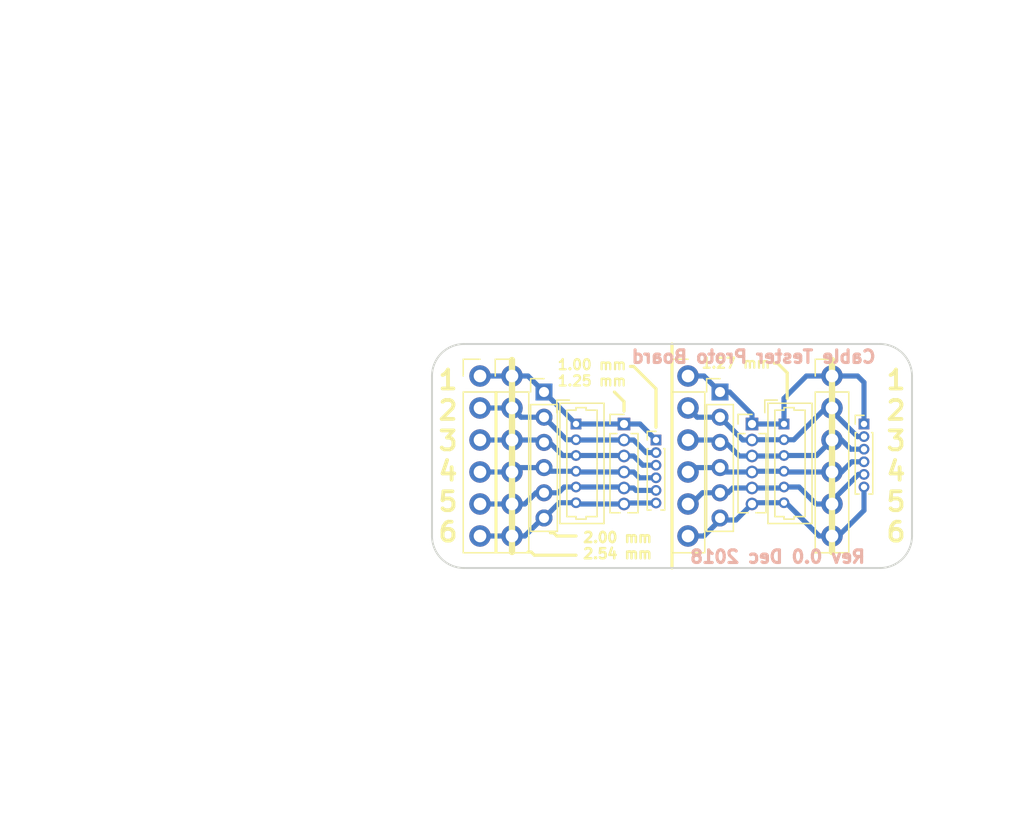
<source format=kicad_pcb>
(kicad_pcb (version 4) (host pcbnew 4.0.6)

  (general
    (links 60)
    (no_connects 0)
    (area 161.214999 111.684999 199.465001 129.615001)
    (thickness 1.6)
    (drawings 36)
    (tracks 135)
    (zones 0)
    (modules 12)
    (nets 14)
  )

  (page USLetter)
  (title_block
    (title "Cable Tester")
    (date 2018-12-11)
    (rev 0.0)
    (company "Sigma Design")
    (comment 1 "K. Olsen")
  )

  (layers
    (0 F.Cu signal)
    (31 B.Cu signal)
    (32 B.Adhes user)
    (33 F.Adhes user)
    (34 B.Paste user)
    (35 F.Paste user)
    (36 B.SilkS user)
    (37 F.SilkS user)
    (38 B.Mask user)
    (39 F.Mask user)
    (40 Dwgs.User user)
    (41 Cmts.User user)
    (42 Eco1.User user)
    (43 Eco2.User user hide)
    (44 Edge.Cuts user)
    (45 Margin user)
    (46 B.CrtYd user hide)
    (47 F.CrtYd user)
    (48 B.Fab user)
    (49 F.Fab user hide)
  )

  (setup
    (last_trace_width 0.25)
    (user_trace_width 0.3048)
    (user_trace_width 0.4064)
    (user_trace_width 0.6096)
    (trace_clearance 0.2)
    (zone_clearance 0.508)
    (zone_45_only no)
    (trace_min 0.2)
    (segment_width 0.25)
    (edge_width 0.15)
    (via_size 0.6)
    (via_drill 0.4)
    (via_min_size 0.4)
    (via_min_drill 0.3)
    (uvia_size 0.3)
    (uvia_drill 0.1)
    (uvias_allowed no)
    (uvia_min_size 0.2)
    (uvia_min_drill 0.1)
    (pcb_text_width 0.3)
    (pcb_text_size 1.5 1.5)
    (mod_edge_width 0.15)
    (mod_text_size 1 1)
    (mod_text_width 0.15)
    (pad_size 1.7 1.7)
    (pad_drill 1)
    (pad_to_mask_clearance 0)
    (aux_axis_origin 0 0)
    (visible_elements 7FFEFFFF)
    (pcbplotparams
      (layerselection 0x010f0_80000001)
      (usegerberextensions false)
      (excludeedgelayer true)
      (linewidth 0.100000)
      (plotframeref false)
      (viasonmask false)
      (mode 1)
      (useauxorigin false)
      (hpglpennumber 1)
      (hpglpenspeed 20)
      (hpglpendiameter 15)
      (hpglpenoverlay 2)
      (psnegative false)
      (psa4output false)
      (plotreference true)
      (plotvalue true)
      (plotinvisibletext false)
      (padsonsilk false)
      (subtractmaskfromsilk false)
      (outputformat 1)
      (mirror false)
      (drillshape 0)
      (scaleselection 1)
      (outputdirectory gerbers/))
  )

  (net 0 "")
  (net 1 "Net-(J1-Pad2)")
  (net 2 GND)
  (net 3 "Net-(J1-Pad4)")
  (net 4 "Net-(J1-Pad3)")
  (net 5 "Net-(J1-Pad1)")
  (net 6 "Net-(J1-Pad5)")
  (net 7 "Net-(J1-Pad6)")
  (net 8 "Net-(J10-Pad1)")
  (net 9 "Net-(J10-Pad2)")
  (net 10 "Net-(J10-Pad3)")
  (net 11 "Net-(J10-Pad4)")
  (net 12 "Net-(J10-Pad5)")
  (net 13 "Net-(J10-Pad6)")

  (net_class Default "This is the default net class."
    (clearance 0.2)
    (trace_width 0.25)
    (via_dia 0.6)
    (via_drill 0.4)
    (uvia_dia 0.3)
    (uvia_drill 0.1)
    (add_net "Net-(J1-Pad1)")
    (add_net "Net-(J1-Pad2)")
    (add_net "Net-(J1-Pad3)")
    (add_net "Net-(J1-Pad4)")
    (add_net "Net-(J1-Pad5)")
    (add_net "Net-(J1-Pad6)")
    (add_net "Net-(J10-Pad1)")
    (add_net "Net-(J10-Pad2)")
    (add_net "Net-(J10-Pad3)")
    (add_net "Net-(J10-Pad4)")
    (add_net "Net-(J10-Pad5)")
    (add_net "Net-(J10-Pad6)")
  )

  (module Pin_Headers:Pin_Header_Straight_1x06_Pitch2.54mm (layer F.Cu) (tedit 5C1281AF) (tstamp 5C1281BE)
    (at 181.61 114.3)
    (descr "Through hole straight pin header, 1x06, 2.54mm pitch, single row")
    (tags "Through hole pin header THT 1x06 2.54mm single row")
    (path /5C1285DF)
    (fp_text reference J4 (at 0 -2.33) (layer F.SilkS) hide
      (effects (font (size 1 1) (thickness 0.15)))
    )
    (fp_text value CONN_01X06 (at 0 15.03) (layer F.Fab)
      (effects (font (size 1 1) (thickness 0.15)))
    )
    (fp_line (start -0.635 -1.27) (end 1.27 -1.27) (layer F.Fab) (width 0.1))
    (fp_line (start 1.27 -1.27) (end 1.27 13.97) (layer F.Fab) (width 0.1))
    (fp_line (start 1.27 13.97) (end -1.27 13.97) (layer F.Fab) (width 0.1))
    (fp_line (start -1.27 13.97) (end -1.27 -0.635) (layer F.Fab) (width 0.1))
    (fp_line (start -1.27 -0.635) (end -0.635 -1.27) (layer F.Fab) (width 0.1))
    (fp_line (start -1.33 14.03) (end 1.33 14.03) (layer F.SilkS) (width 0.12))
    (fp_line (start -1.33 1.27) (end -1.33 14.03) (layer F.SilkS) (width 0.12))
    (fp_line (start 1.33 1.27) (end 1.33 14.03) (layer F.SilkS) (width 0.12))
    (fp_line (start -1.33 1.27) (end 1.33 1.27) (layer F.SilkS) (width 0.12))
    (fp_line (start -1.33 0) (end -1.33 -1.33) (layer F.SilkS) (width 0.12))
    (fp_line (start -1.33 -1.33) (end 0 -1.33) (layer F.SilkS) (width 0.12))
    (fp_line (start -1.8 -1.8) (end -1.8 14.5) (layer F.CrtYd) (width 0.05))
    (fp_line (start -1.8 14.5) (end 1.8 14.5) (layer F.CrtYd) (width 0.05))
    (fp_line (start 1.8 14.5) (end 1.8 -1.8) (layer F.CrtYd) (width 0.05))
    (fp_line (start 1.8 -1.8) (end -1.8 -1.8) (layer F.CrtYd) (width 0.05))
    (fp_text user %R (at 0 6.35 90) (layer F.Fab)
      (effects (font (size 1 1) (thickness 0.15)))
    )
    (pad 1 thru_hole circle (at 0 0) (size 1.7 1.7) (drill 1) (layers *.Cu *.Mask)
      (net 8 "Net-(J10-Pad1)"))
    (pad 2 thru_hole oval (at 0 2.54) (size 1.7 1.7) (drill 1) (layers *.Cu *.Mask)
      (net 9 "Net-(J10-Pad2)"))
    (pad 3 thru_hole oval (at 0 5.08) (size 1.7 1.7) (drill 1) (layers *.Cu *.Mask)
      (net 10 "Net-(J10-Pad3)"))
    (pad 4 thru_hole oval (at 0 7.62) (size 1.7 1.7) (drill 1) (layers *.Cu *.Mask)
      (net 11 "Net-(J10-Pad4)"))
    (pad 5 thru_hole oval (at 0 10.16) (size 1.7 1.7) (drill 1) (layers *.Cu *.Mask)
      (net 12 "Net-(J10-Pad5)"))
    (pad 6 thru_hole oval (at 0 12.7) (size 1.7 1.7) (drill 1) (layers *.Cu *.Mask)
      (net 13 "Net-(J10-Pad6)"))
    (model ${KISYS3DMOD}/Pin_Headers.3dshapes/Pin_Header_Straight_1x06_Pitch2.54mm.wrl
      (at (xyz 0 0 0))
      (scale (xyz 1 1 1))
      (rotate (xyz 0 0 0))
    )
  )

  (module Pin_Headers:Pin_Header_Straight_1x06_Pitch2.54mm (layer F.Cu) (tedit 5C1281A2) (tstamp 5C1281A1)
    (at 165.1 114.3)
    (descr "Through hole straight pin header, 1x06, 2.54mm pitch, single row")
    (tags "Through hole pin header THT 1x06 2.54mm single row")
    (path /5C12831E)
    (fp_text reference J3 (at 0 -2.33) (layer F.SilkS) hide
      (effects (font (size 1 1) (thickness 0.15)))
    )
    (fp_text value CONN_01X06 (at 0 15.03) (layer F.Fab)
      (effects (font (size 1 1) (thickness 0.15)))
    )
    (fp_line (start -0.635 -1.27) (end 1.27 -1.27) (layer F.Fab) (width 0.1))
    (fp_line (start 1.27 -1.27) (end 1.27 13.97) (layer F.Fab) (width 0.1))
    (fp_line (start 1.27 13.97) (end -1.27 13.97) (layer F.Fab) (width 0.1))
    (fp_line (start -1.27 13.97) (end -1.27 -0.635) (layer F.Fab) (width 0.1))
    (fp_line (start -1.27 -0.635) (end -0.635 -1.27) (layer F.Fab) (width 0.1))
    (fp_line (start -1.33 14.03) (end 1.33 14.03) (layer F.SilkS) (width 0.12))
    (fp_line (start -1.33 1.27) (end -1.33 14.03) (layer F.SilkS) (width 0.12))
    (fp_line (start 1.33 1.27) (end 1.33 14.03) (layer F.SilkS) (width 0.12))
    (fp_line (start -1.33 1.27) (end 1.33 1.27) (layer F.SilkS) (width 0.12))
    (fp_line (start -1.33 0) (end -1.33 -1.33) (layer F.SilkS) (width 0.12))
    (fp_line (start -1.33 -1.33) (end 0 -1.33) (layer F.SilkS) (width 0.12))
    (fp_line (start -1.8 -1.8) (end -1.8 14.5) (layer F.CrtYd) (width 0.05))
    (fp_line (start -1.8 14.5) (end 1.8 14.5) (layer F.CrtYd) (width 0.05))
    (fp_line (start 1.8 14.5) (end 1.8 -1.8) (layer F.CrtYd) (width 0.05))
    (fp_line (start 1.8 -1.8) (end -1.8 -1.8) (layer F.CrtYd) (width 0.05))
    (fp_text user %R (at 0 6.35 90) (layer F.Fab)
      (effects (font (size 1 1) (thickness 0.15)))
    )
    (pad 1 thru_hole circle (at 0 0) (size 1.7 1.7) (drill 1) (layers *.Cu *.Mask)
      (net 5 "Net-(J1-Pad1)"))
    (pad 2 thru_hole oval (at 0 2.54) (size 1.7 1.7) (drill 1) (layers *.Cu *.Mask)
      (net 1 "Net-(J1-Pad2)"))
    (pad 3 thru_hole oval (at 0 5.08) (size 1.7 1.7) (drill 1) (layers *.Cu *.Mask)
      (net 4 "Net-(J1-Pad3)"))
    (pad 4 thru_hole oval (at 0 7.62) (size 1.7 1.7) (drill 1) (layers *.Cu *.Mask)
      (net 3 "Net-(J1-Pad4)"))
    (pad 5 thru_hole oval (at 0 10.16) (size 1.7 1.7) (drill 1) (layers *.Cu *.Mask)
      (net 6 "Net-(J1-Pad5)"))
    (pad 6 thru_hole oval (at 0 12.7) (size 1.7 1.7) (drill 1) (layers *.Cu *.Mask)
      (net 7 "Net-(J1-Pad6)"))
    (model ${KISYS3DMOD}/Pin_Headers.3dshapes/Pin_Header_Straight_1x06_Pitch2.54mm.wrl
      (at (xyz 0 0 0))
      (scale (xyz 1 1 1))
      (rotate (xyz 0 0 0))
    )
  )

  (module Pin_Headers:Pin_Header_Straight_1x06_Pitch2.54mm (layer F.Cu) (tedit 5C12819D) (tstamp 5C1061C0)
    (at 167.64 114.3)
    (descr "Through hole straight pin header, 1x06, 2.54mm pitch, single row")
    (tags "Through hole pin header THT 1x06 2.54mm single row")
    (path /5C10638A)
    (fp_text reference J1 (at 0 -2.33) (layer F.SilkS) hide
      (effects (font (size 1 1) (thickness 0.15)))
    )
    (fp_text value CONN_01X06 (at 0 15.03) (layer F.Fab)
      (effects (font (size 1 1) (thickness 0.15)))
    )
    (fp_line (start -0.635 -1.27) (end 1.27 -1.27) (layer F.Fab) (width 0.1))
    (fp_line (start 1.27 -1.27) (end 1.27 13.97) (layer F.Fab) (width 0.1))
    (fp_line (start 1.27 13.97) (end -1.27 13.97) (layer F.Fab) (width 0.1))
    (fp_line (start -1.27 13.97) (end -1.27 -0.635) (layer F.Fab) (width 0.1))
    (fp_line (start -1.27 -0.635) (end -0.635 -1.27) (layer F.Fab) (width 0.1))
    (fp_line (start -1.33 14.03) (end 1.33 14.03) (layer F.SilkS) (width 0.12))
    (fp_line (start -1.33 1.27) (end -1.33 14.03) (layer F.SilkS) (width 0.12))
    (fp_line (start 1.33 1.27) (end 1.33 14.03) (layer F.SilkS) (width 0.12))
    (fp_line (start -1.33 1.27) (end 1.33 1.27) (layer F.SilkS) (width 0.12))
    (fp_line (start -1.33 0) (end -1.33 -1.33) (layer F.SilkS) (width 0.12))
    (fp_line (start -1.33 -1.33) (end 0 -1.33) (layer F.SilkS) (width 0.12))
    (fp_line (start -1.8 -1.8) (end -1.8 14.5) (layer F.CrtYd) (width 0.05))
    (fp_line (start -1.8 14.5) (end 1.8 14.5) (layer F.CrtYd) (width 0.05))
    (fp_line (start 1.8 14.5) (end 1.8 -1.8) (layer F.CrtYd) (width 0.05))
    (fp_line (start 1.8 -1.8) (end -1.8 -1.8) (layer F.CrtYd) (width 0.05))
    (fp_text user %R (at 0 6.35 90) (layer F.Fab)
      (effects (font (size 1 1) (thickness 0.15)))
    )
    (pad 1 thru_hole circle (at 0 0) (size 1.7 1.7) (drill 1) (layers *.Cu *.Mask)
      (net 5 "Net-(J1-Pad1)"))
    (pad 2 thru_hole oval (at 0 2.54) (size 1.7 1.7) (drill 1) (layers *.Cu *.Mask)
      (net 1 "Net-(J1-Pad2)"))
    (pad 3 thru_hole oval (at 0 5.08) (size 1.7 1.7) (drill 1) (layers *.Cu *.Mask)
      (net 4 "Net-(J1-Pad3)"))
    (pad 4 thru_hole oval (at 0 7.62) (size 1.7 1.7) (drill 1) (layers *.Cu *.Mask)
      (net 3 "Net-(J1-Pad4)"))
    (pad 5 thru_hole oval (at 0 10.16) (size 1.7 1.7) (drill 1) (layers *.Cu *.Mask)
      (net 6 "Net-(J1-Pad5)"))
    (pad 6 thru_hole oval (at 0 12.7) (size 1.7 1.7) (drill 1) (layers *.Cu *.Mask)
      (net 7 "Net-(J1-Pad6)"))
    (model ${KISYS3DMOD}/Pin_Headers.3dshapes/Pin_Header_Straight_1x06_Pitch2.54mm.wrl
      (at (xyz 0 0 0))
      (scale (xyz 1 1 1))
      (rotate (xyz 0 0 0))
    )
  )

  (module Pin_Headers:Pin_Header_Straight_1x06_Pitch2.54mm (layer F.Cu) (tedit 5C1281AB) (tstamp 5C1061CA)
    (at 193.04 114.3)
    (descr "Through hole straight pin header, 1x06, 2.54mm pitch, single row")
    (tags "Through hole pin header THT 1x06 2.54mm single row")
    (path /5C12861D)
    (fp_text reference J2 (at 0 -2.33) (layer F.SilkS) hide
      (effects (font (size 1 1) (thickness 0.15)))
    )
    (fp_text value CONN_01X06 (at 0 15.03) (layer F.Fab)
      (effects (font (size 1 1) (thickness 0.15)))
    )
    (fp_line (start -0.635 -1.27) (end 1.27 -1.27) (layer F.Fab) (width 0.1))
    (fp_line (start 1.27 -1.27) (end 1.27 13.97) (layer F.Fab) (width 0.1))
    (fp_line (start 1.27 13.97) (end -1.27 13.97) (layer F.Fab) (width 0.1))
    (fp_line (start -1.27 13.97) (end -1.27 -0.635) (layer F.Fab) (width 0.1))
    (fp_line (start -1.27 -0.635) (end -0.635 -1.27) (layer F.Fab) (width 0.1))
    (fp_line (start -1.33 14.03) (end 1.33 14.03) (layer F.SilkS) (width 0.12))
    (fp_line (start -1.33 1.27) (end -1.33 14.03) (layer F.SilkS) (width 0.12))
    (fp_line (start 1.33 1.27) (end 1.33 14.03) (layer F.SilkS) (width 0.12))
    (fp_line (start -1.33 1.27) (end 1.33 1.27) (layer F.SilkS) (width 0.12))
    (fp_line (start -1.33 0) (end -1.33 -1.33) (layer F.SilkS) (width 0.12))
    (fp_line (start -1.33 -1.33) (end 0 -1.33) (layer F.SilkS) (width 0.12))
    (fp_line (start -1.8 -1.8) (end -1.8 14.5) (layer F.CrtYd) (width 0.05))
    (fp_line (start -1.8 14.5) (end 1.8 14.5) (layer F.CrtYd) (width 0.05))
    (fp_line (start 1.8 14.5) (end 1.8 -1.8) (layer F.CrtYd) (width 0.05))
    (fp_line (start 1.8 -1.8) (end -1.8 -1.8) (layer F.CrtYd) (width 0.05))
    (fp_text user %R (at 0 6.35 90) (layer F.Fab)
      (effects (font (size 1 1) (thickness 0.15)))
    )
    (pad 1 thru_hole circle (at 0 0) (size 1.7 1.7) (drill 1) (layers *.Cu *.Mask)
      (net 8 "Net-(J10-Pad1)"))
    (pad 2 thru_hole oval (at 0 2.54) (size 1.7 1.7) (drill 1) (layers *.Cu *.Mask)
      (net 9 "Net-(J10-Pad2)"))
    (pad 3 thru_hole oval (at 0 5.08) (size 1.7 1.7) (drill 1) (layers *.Cu *.Mask)
      (net 10 "Net-(J10-Pad3)"))
    (pad 4 thru_hole oval (at 0 7.62) (size 1.7 1.7) (drill 1) (layers *.Cu *.Mask)
      (net 11 "Net-(J10-Pad4)"))
    (pad 5 thru_hole oval (at 0 10.16) (size 1.7 1.7) (drill 1) (layers *.Cu *.Mask)
      (net 12 "Net-(J10-Pad5)"))
    (pad 6 thru_hole oval (at 0 12.7) (size 1.7 1.7) (drill 1) (layers *.Cu *.Mask)
      (net 13 "Net-(J10-Pad6)"))
    (model ${KISYS3DMOD}/Pin_Headers.3dshapes/Pin_Header_Straight_1x06_Pitch2.54mm.wrl
      (at (xyz 0 0 0))
      (scale (xyz 1 1 1))
      (rotate (xyz 0 0 0))
    )
  )

  (module Pin_Headers:Pin_Header_Straight_1x06_Pitch1.27mm (layer F.Cu) (tedit 5C1284FE) (tstamp 5C12834C)
    (at 176.53 118.11)
    (descr "Through hole straight pin header, 1x06, 1.27mm pitch, single row")
    (tags "Through hole pin header THT 1x06 1.27mm single row")
    (path /5C128373)
    (fp_text reference J7 (at 0 -1.695) (layer F.SilkS) hide
      (effects (font (size 1 1) (thickness 0.15)))
    )
    (fp_text value CONN_01X06 (at 0 8.045) (layer F.Fab)
      (effects (font (size 1 1) (thickness 0.15)))
    )
    (fp_line (start -0.525 -0.635) (end 1.05 -0.635) (layer F.Fab) (width 0.1))
    (fp_line (start 1.05 -0.635) (end 1.05 6.985) (layer F.Fab) (width 0.1))
    (fp_line (start 1.05 6.985) (end -1.05 6.985) (layer F.Fab) (width 0.1))
    (fp_line (start -1.05 6.985) (end -1.05 -0.11) (layer F.Fab) (width 0.1))
    (fp_line (start -1.05 -0.11) (end -0.525 -0.635) (layer F.Fab) (width 0.1))
    (fp_line (start -1.11 7.045) (end -0.30753 7.045) (layer F.SilkS) (width 0.12))
    (fp_line (start 0.30753 7.045) (end 1.11 7.045) (layer F.SilkS) (width 0.12))
    (fp_line (start -1.11 0.76) (end -1.11 7.045) (layer F.SilkS) (width 0.12))
    (fp_line (start 1.11 0.76) (end 1.11 7.045) (layer F.SilkS) (width 0.12))
    (fp_line (start -1.11 0.76) (end -0.563471 0.76) (layer F.SilkS) (width 0.12))
    (fp_line (start 0.563471 0.76) (end 1.11 0.76) (layer F.SilkS) (width 0.12))
    (fp_line (start -1.11 0) (end -1.11 -0.76) (layer F.SilkS) (width 0.12))
    (fp_line (start -1.11 -0.76) (end 0 -0.76) (layer F.SilkS) (width 0.12))
    (fp_line (start -1.55 -1.15) (end -1.55 7.5) (layer F.CrtYd) (width 0.05))
    (fp_line (start -1.55 7.5) (end 1.55 7.5) (layer F.CrtYd) (width 0.05))
    (fp_line (start 1.55 7.5) (end 1.55 -1.15) (layer F.CrtYd) (width 0.05))
    (fp_line (start 1.55 -1.15) (end -1.55 -1.15) (layer F.CrtYd) (width 0.05))
    (fp_text user %R (at 0 3.175 90) (layer F.Fab)
      (effects (font (size 1 1) (thickness 0.15)))
    )
    (pad 1 thru_hole rect (at 0 0) (size 1 1) (drill 0.65) (layers *.Cu *.Mask)
      (net 5 "Net-(J1-Pad1)"))
    (pad 2 thru_hole oval (at 0 1.27) (size 1 1) (drill 0.65) (layers *.Cu *.Mask)
      (net 1 "Net-(J1-Pad2)"))
    (pad 3 thru_hole oval (at 0 2.54) (size 1 1) (drill 0.65) (layers *.Cu *.Mask)
      (net 4 "Net-(J1-Pad3)"))
    (pad 4 thru_hole oval (at 0 3.81) (size 1 1) (drill 0.65) (layers *.Cu *.Mask)
      (net 3 "Net-(J1-Pad4)"))
    (pad 5 thru_hole oval (at 0 5.08) (size 1 1) (drill 0.65) (layers *.Cu *.Mask)
      (net 6 "Net-(J1-Pad5)"))
    (pad 6 thru_hole oval (at 0 6.35) (size 1 1) (drill 0.65) (layers *.Cu *.Mask)
      (net 7 "Net-(J1-Pad6)"))
    (model ${KISYS3DMOD}/Pin_Headers.3dshapes/Pin_Header_Straight_1x06_Pitch1.27mm.wrl
      (at (xyz 0 0 0))
      (scale (xyz 1 1 1))
      (rotate (xyz 0 0 0))
    )
  )

  (module Pin_Headers:Pin_Header_Straight_1x06_Pitch1.27mm (layer F.Cu) (tedit 5C128506) (tstamp 5C128356)
    (at 186.69 118.11)
    (descr "Through hole straight pin header, 1x06, 1.27mm pitch, single row")
    (tags "Through hole pin header THT 1x06 1.27mm single row")
    (path /5C128572)
    (fp_text reference J8 (at 0 -1.695) (layer F.SilkS) hide
      (effects (font (size 1 1) (thickness 0.15)))
    )
    (fp_text value CONN_01X06 (at 0 8.045) (layer F.Fab)
      (effects (font (size 1 1) (thickness 0.15)))
    )
    (fp_line (start -0.525 -0.635) (end 1.05 -0.635) (layer F.Fab) (width 0.1))
    (fp_line (start 1.05 -0.635) (end 1.05 6.985) (layer F.Fab) (width 0.1))
    (fp_line (start 1.05 6.985) (end -1.05 6.985) (layer F.Fab) (width 0.1))
    (fp_line (start -1.05 6.985) (end -1.05 -0.11) (layer F.Fab) (width 0.1))
    (fp_line (start -1.05 -0.11) (end -0.525 -0.635) (layer F.Fab) (width 0.1))
    (fp_line (start -1.11 7.045) (end -0.30753 7.045) (layer F.SilkS) (width 0.12))
    (fp_line (start 0.30753 7.045) (end 1.11 7.045) (layer F.SilkS) (width 0.12))
    (fp_line (start -1.11 0.76) (end -1.11 7.045) (layer F.SilkS) (width 0.12))
    (fp_line (start 1.11 0.76) (end 1.11 7.045) (layer F.SilkS) (width 0.12))
    (fp_line (start -1.11 0.76) (end -0.563471 0.76) (layer F.SilkS) (width 0.12))
    (fp_line (start 0.563471 0.76) (end 1.11 0.76) (layer F.SilkS) (width 0.12))
    (fp_line (start -1.11 0) (end -1.11 -0.76) (layer F.SilkS) (width 0.12))
    (fp_line (start -1.11 -0.76) (end 0 -0.76) (layer F.SilkS) (width 0.12))
    (fp_line (start -1.55 -1.15) (end -1.55 7.5) (layer F.CrtYd) (width 0.05))
    (fp_line (start -1.55 7.5) (end 1.55 7.5) (layer F.CrtYd) (width 0.05))
    (fp_line (start 1.55 7.5) (end 1.55 -1.15) (layer F.CrtYd) (width 0.05))
    (fp_line (start 1.55 -1.15) (end -1.55 -1.15) (layer F.CrtYd) (width 0.05))
    (fp_text user %R (at 0 3.175 90) (layer F.Fab)
      (effects (font (size 1 1) (thickness 0.15)))
    )
    (pad 1 thru_hole rect (at 0 0) (size 1 1) (drill 0.65) (layers *.Cu *.Mask)
      (net 8 "Net-(J10-Pad1)"))
    (pad 2 thru_hole oval (at 0 1.27) (size 1 1) (drill 0.65) (layers *.Cu *.Mask)
      (net 9 "Net-(J10-Pad2)"))
    (pad 3 thru_hole oval (at 0 2.54) (size 1 1) (drill 0.65) (layers *.Cu *.Mask)
      (net 10 "Net-(J10-Pad3)"))
    (pad 4 thru_hole oval (at 0 3.81) (size 1 1) (drill 0.65) (layers *.Cu *.Mask)
      (net 11 "Net-(J10-Pad4)"))
    (pad 5 thru_hole oval (at 0 5.08) (size 1 1) (drill 0.65) (layers *.Cu *.Mask)
      (net 12 "Net-(J10-Pad5)"))
    (pad 6 thru_hole oval (at 0 6.35) (size 1 1) (drill 0.65) (layers *.Cu *.Mask)
      (net 13 "Net-(J10-Pad6)"))
    (model ${KISYS3DMOD}/Pin_Headers.3dshapes/Pin_Header_Straight_1x06_Pitch1.27mm.wrl
      (at (xyz 0 0 0))
      (scale (xyz 1 1 1))
      (rotate (xyz 0 0 0))
    )
  )

  (module Pin_Headers:Pin_Header_Straight_1x06_Pitch1.00mm (layer F.Cu) (tedit 5C128501) (tstamp 5C128374)
    (at 179.07 119.38)
    (descr "Through hole straight pin header, 1x06, 1.00mm pitch, single row")
    (tags "Through hole pin header THT 1x06 1.00mm single row")
    (path /5C1295DD)
    (fp_text reference J11 (at 0 -1.56) (layer F.SilkS) hide
      (effects (font (size 1 1) (thickness 0.15)))
    )
    (fp_text value CONN_01X06 (at 0 6.56) (layer F.Fab)
      (effects (font (size 1 1) (thickness 0.15)))
    )
    (fp_line (start -0.3175 -0.5) (end 0.635 -0.5) (layer F.Fab) (width 0.1))
    (fp_line (start 0.635 -0.5) (end 0.635 5.5) (layer F.Fab) (width 0.1))
    (fp_line (start 0.635 5.5) (end -0.635 5.5) (layer F.Fab) (width 0.1))
    (fp_line (start -0.635 5.5) (end -0.635 -0.1825) (layer F.Fab) (width 0.1))
    (fp_line (start -0.635 -0.1825) (end -0.3175 -0.5) (layer F.Fab) (width 0.1))
    (fp_line (start -0.695 5.56) (end -0.394493 5.56) (layer F.SilkS) (width 0.12))
    (fp_line (start 0.394493 5.56) (end 0.695 5.56) (layer F.SilkS) (width 0.12))
    (fp_line (start -0.695 0.685) (end -0.695 5.56) (layer F.SilkS) (width 0.12))
    (fp_line (start 0.695 0.685) (end 0.695 5.56) (layer F.SilkS) (width 0.12))
    (fp_line (start -0.695 0.685) (end -0.608276 0.685) (layer F.SilkS) (width 0.12))
    (fp_line (start 0.608276 0.685) (end 0.695 0.685) (layer F.SilkS) (width 0.12))
    (fp_line (start -0.695 0) (end -0.695 -0.685) (layer F.SilkS) (width 0.12))
    (fp_line (start -0.695 -0.685) (end 0 -0.685) (layer F.SilkS) (width 0.12))
    (fp_line (start -1.15 -1) (end -1.15 6) (layer F.CrtYd) (width 0.05))
    (fp_line (start -1.15 6) (end 1.15 6) (layer F.CrtYd) (width 0.05))
    (fp_line (start 1.15 6) (end 1.15 -1) (layer F.CrtYd) (width 0.05))
    (fp_line (start 1.15 -1) (end -1.15 -1) (layer F.CrtYd) (width 0.05))
    (fp_text user %R (at 0 2.5 90) (layer F.Fab)
      (effects (font (size 0.76 0.76) (thickness 0.114)))
    )
    (pad 1 thru_hole rect (at 0 0) (size 0.85 0.85) (drill 0.5) (layers *.Cu *.Mask)
      (net 5 "Net-(J1-Pad1)"))
    (pad 2 thru_hole oval (at 0 1) (size 0.85 0.85) (drill 0.5) (layers *.Cu *.Mask)
      (net 1 "Net-(J1-Pad2)"))
    (pad 3 thru_hole oval (at 0 2) (size 0.85 0.85) (drill 0.5) (layers *.Cu *.Mask)
      (net 4 "Net-(J1-Pad3)"))
    (pad 4 thru_hole oval (at 0 3) (size 0.85 0.85) (drill 0.5) (layers *.Cu *.Mask)
      (net 3 "Net-(J1-Pad4)"))
    (pad 5 thru_hole oval (at 0 4) (size 0.85 0.85) (drill 0.5) (layers *.Cu *.Mask)
      (net 6 "Net-(J1-Pad5)"))
    (pad 6 thru_hole oval (at 0 5) (size 0.85 0.85) (drill 0.5) (layers *.Cu *.Mask)
      (net 7 "Net-(J1-Pad6)"))
    (model ${KISYS3DMOD}/Pin_Headers.3dshapes/Pin_Header_Straight_1x06_Pitch1.00mm.wrl
      (at (xyz 0 0 0))
      (scale (xyz 1 1 1))
      (rotate (xyz 0 0 0))
    )
  )

  (module Pin_Headers:Pin_Header_Straight_1x06_Pitch1.00mm (layer F.Cu) (tedit 5C128504) (tstamp 5C12837E)
    (at 195.58 118.11)
    (descr "Through hole straight pin header, 1x06, 1.00mm pitch, single row")
    (tags "Through hole pin header THT 1x06 1.00mm single row")
    (path /5C1062D1)
    (fp_text reference J12 (at 0 -1.56) (layer F.SilkS) hide
      (effects (font (size 1 1) (thickness 0.15)))
    )
    (fp_text value CONN_01X06 (at 0 6.56) (layer F.Fab)
      (effects (font (size 1 1) (thickness 0.15)))
    )
    (fp_line (start -0.3175 -0.5) (end 0.635 -0.5) (layer F.Fab) (width 0.1))
    (fp_line (start 0.635 -0.5) (end 0.635 5.5) (layer F.Fab) (width 0.1))
    (fp_line (start 0.635 5.5) (end -0.635 5.5) (layer F.Fab) (width 0.1))
    (fp_line (start -0.635 5.5) (end -0.635 -0.1825) (layer F.Fab) (width 0.1))
    (fp_line (start -0.635 -0.1825) (end -0.3175 -0.5) (layer F.Fab) (width 0.1))
    (fp_line (start -0.695 5.56) (end -0.394493 5.56) (layer F.SilkS) (width 0.12))
    (fp_line (start 0.394493 5.56) (end 0.695 5.56) (layer F.SilkS) (width 0.12))
    (fp_line (start -0.695 0.685) (end -0.695 5.56) (layer F.SilkS) (width 0.12))
    (fp_line (start 0.695 0.685) (end 0.695 5.56) (layer F.SilkS) (width 0.12))
    (fp_line (start -0.695 0.685) (end -0.608276 0.685) (layer F.SilkS) (width 0.12))
    (fp_line (start 0.608276 0.685) (end 0.695 0.685) (layer F.SilkS) (width 0.12))
    (fp_line (start -0.695 0) (end -0.695 -0.685) (layer F.SilkS) (width 0.12))
    (fp_line (start -0.695 -0.685) (end 0 -0.685) (layer F.SilkS) (width 0.12))
    (fp_line (start -1.15 -1) (end -1.15 6) (layer F.CrtYd) (width 0.05))
    (fp_line (start -1.15 6) (end 1.15 6) (layer F.CrtYd) (width 0.05))
    (fp_line (start 1.15 6) (end 1.15 -1) (layer F.CrtYd) (width 0.05))
    (fp_line (start 1.15 -1) (end -1.15 -1) (layer F.CrtYd) (width 0.05))
    (fp_text user %R (at 0 2.5 90) (layer F.Fab)
      (effects (font (size 0.76 0.76) (thickness 0.114)))
    )
    (pad 1 thru_hole rect (at 0 0) (size 0.85 0.85) (drill 0.5) (layers *.Cu *.Mask)
      (net 8 "Net-(J10-Pad1)"))
    (pad 2 thru_hole oval (at 0 1) (size 0.85 0.85) (drill 0.5) (layers *.Cu *.Mask)
      (net 9 "Net-(J10-Pad2)"))
    (pad 3 thru_hole oval (at 0 2) (size 0.85 0.85) (drill 0.5) (layers *.Cu *.Mask)
      (net 10 "Net-(J10-Pad3)"))
    (pad 4 thru_hole oval (at 0 3) (size 0.85 0.85) (drill 0.5) (layers *.Cu *.Mask)
      (net 11 "Net-(J10-Pad4)"))
    (pad 5 thru_hole oval (at 0 4) (size 0.85 0.85) (drill 0.5) (layers *.Cu *.Mask)
      (net 12 "Net-(J10-Pad5)"))
    (pad 6 thru_hole oval (at 0 5) (size 0.85 0.85) (drill 0.5) (layers *.Cu *.Mask)
      (net 13 "Net-(J10-Pad6)"))
    (model ${KISYS3DMOD}/Pin_Headers.3dshapes/Pin_Header_Straight_1x06_Pitch1.00mm.wrl
      (at (xyz 0 0 0))
      (scale (xyz 1 1 1))
      (rotate (xyz 0 0 0))
    )
  )

  (module Pin_Headers:Pin_Header_Straight_1x06_Pitch2.00mm (layer F.Cu) (tedit 5C1284FB) (tstamp 5C128476)
    (at 170.18 115.57)
    (descr "Through hole straight pin header, 1x06, 2.00mm pitch, single row")
    (tags "Through hole pin header THT 1x06 2.00mm single row")
    (path /5C128345)
    (fp_text reference J5 (at 0 -2.06) (layer F.SilkS) hide
      (effects (font (size 1 1) (thickness 0.15)))
    )
    (fp_text value CONN_01X06 (at 0 12.06) (layer F.Fab)
      (effects (font (size 1 1) (thickness 0.15)))
    )
    (fp_line (start -0.5 -1) (end 1 -1) (layer F.Fab) (width 0.1))
    (fp_line (start 1 -1) (end 1 11) (layer F.Fab) (width 0.1))
    (fp_line (start 1 11) (end -1 11) (layer F.Fab) (width 0.1))
    (fp_line (start -1 11) (end -1 -0.5) (layer F.Fab) (width 0.1))
    (fp_line (start -1 -0.5) (end -0.5 -1) (layer F.Fab) (width 0.1))
    (fp_line (start -1.06 11.06) (end 1.06 11.06) (layer F.SilkS) (width 0.12))
    (fp_line (start -1.06 1) (end -1.06 11.06) (layer F.SilkS) (width 0.12))
    (fp_line (start 1.06 1) (end 1.06 11.06) (layer F.SilkS) (width 0.12))
    (fp_line (start -1.06 1) (end 1.06 1) (layer F.SilkS) (width 0.12))
    (fp_line (start -1.06 0) (end -1.06 -1.06) (layer F.SilkS) (width 0.12))
    (fp_line (start -1.06 -1.06) (end 0 -1.06) (layer F.SilkS) (width 0.12))
    (fp_line (start -1.5 -1.5) (end -1.5 11.5) (layer F.CrtYd) (width 0.05))
    (fp_line (start -1.5 11.5) (end 1.5 11.5) (layer F.CrtYd) (width 0.05))
    (fp_line (start 1.5 11.5) (end 1.5 -1.5) (layer F.CrtYd) (width 0.05))
    (fp_line (start 1.5 -1.5) (end -1.5 -1.5) (layer F.CrtYd) (width 0.05))
    (fp_text user %R (at 0 5 90) (layer F.Fab)
      (effects (font (size 1 1) (thickness 0.15)))
    )
    (pad 1 thru_hole rect (at 0 0) (size 1.35 1.35) (drill 0.8) (layers *.Cu *.Mask)
      (net 5 "Net-(J1-Pad1)"))
    (pad 2 thru_hole oval (at 0 2) (size 1.35 1.35) (drill 0.8) (layers *.Cu *.Mask)
      (net 1 "Net-(J1-Pad2)"))
    (pad 3 thru_hole oval (at 0 4) (size 1.35 1.35) (drill 0.8) (layers *.Cu *.Mask)
      (net 4 "Net-(J1-Pad3)"))
    (pad 4 thru_hole oval (at 0 6) (size 1.35 1.35) (drill 0.8) (layers *.Cu *.Mask)
      (net 3 "Net-(J1-Pad4)"))
    (pad 5 thru_hole oval (at 0 8) (size 1.35 1.35) (drill 0.8) (layers *.Cu *.Mask)
      (net 6 "Net-(J1-Pad5)"))
    (pad 6 thru_hole oval (at 0 10) (size 1.35 1.35) (drill 0.8) (layers *.Cu *.Mask)
      (net 7 "Net-(J1-Pad6)"))
    (model ${KISYS3DMOD}/Pin_Headers.3dshapes/Pin_Header_Straight_1x06_Pitch2.00mm.wrl
      (at (xyz 0 0 0))
      (scale (xyz 1 1 1))
      (rotate (xyz 0 0 0))
    )
  )

  (module Pin_Headers:Pin_Header_Straight_1x06_Pitch2.00mm (layer F.Cu) (tedit 5C12850B) (tstamp 5C128480)
    (at 184.15 115.57)
    (descr "Through hole straight pin header, 1x06, 2.00mm pitch, single row")
    (tags "Through hole pin header THT 1x06 2.00mm single row")
    (path /5C1285A8)
    (fp_text reference J6 (at 0 -2.06) (layer F.SilkS) hide
      (effects (font (size 1 1) (thickness 0.15)))
    )
    (fp_text value CONN_01X06 (at 0 12.06) (layer F.Fab)
      (effects (font (size 1 1) (thickness 0.15)))
    )
    (fp_line (start -0.5 -1) (end 1 -1) (layer F.Fab) (width 0.1))
    (fp_line (start 1 -1) (end 1 11) (layer F.Fab) (width 0.1))
    (fp_line (start 1 11) (end -1 11) (layer F.Fab) (width 0.1))
    (fp_line (start -1 11) (end -1 -0.5) (layer F.Fab) (width 0.1))
    (fp_line (start -1 -0.5) (end -0.5 -1) (layer F.Fab) (width 0.1))
    (fp_line (start -1.06 11.06) (end 1.06 11.06) (layer F.SilkS) (width 0.12))
    (fp_line (start -1.06 1) (end -1.06 11.06) (layer F.SilkS) (width 0.12))
    (fp_line (start 1.06 1) (end 1.06 11.06) (layer F.SilkS) (width 0.12))
    (fp_line (start -1.06 1) (end 1.06 1) (layer F.SilkS) (width 0.12))
    (fp_line (start -1.06 0) (end -1.06 -1.06) (layer F.SilkS) (width 0.12))
    (fp_line (start -1.06 -1.06) (end 0 -1.06) (layer F.SilkS) (width 0.12))
    (fp_line (start -1.5 -1.5) (end -1.5 11.5) (layer F.CrtYd) (width 0.05))
    (fp_line (start -1.5 11.5) (end 1.5 11.5) (layer F.CrtYd) (width 0.05))
    (fp_line (start 1.5 11.5) (end 1.5 -1.5) (layer F.CrtYd) (width 0.05))
    (fp_line (start 1.5 -1.5) (end -1.5 -1.5) (layer F.CrtYd) (width 0.05))
    (fp_text user %R (at 0 5 90) (layer F.Fab)
      (effects (font (size 1 1) (thickness 0.15)))
    )
    (pad 1 thru_hole rect (at 0 0) (size 1.35 1.35) (drill 0.8) (layers *.Cu *.Mask)
      (net 8 "Net-(J10-Pad1)"))
    (pad 2 thru_hole oval (at 0 2) (size 1.35 1.35) (drill 0.8) (layers *.Cu *.Mask)
      (net 9 "Net-(J10-Pad2)"))
    (pad 3 thru_hole oval (at 0 4) (size 1.35 1.35) (drill 0.8) (layers *.Cu *.Mask)
      (net 10 "Net-(J10-Pad3)"))
    (pad 4 thru_hole oval (at 0 6) (size 1.35 1.35) (drill 0.8) (layers *.Cu *.Mask)
      (net 11 "Net-(J10-Pad4)"))
    (pad 5 thru_hole oval (at 0 8) (size 1.35 1.35) (drill 0.8) (layers *.Cu *.Mask)
      (net 12 "Net-(J10-Pad5)"))
    (pad 6 thru_hole oval (at 0 10) (size 1.35 1.35) (drill 0.8) (layers *.Cu *.Mask)
      (net 13 "Net-(J10-Pad6)"))
    (model ${KISYS3DMOD}/Pin_Headers.3dshapes/Pin_Header_Straight_1x06_Pitch2.00mm.wrl
      (at (xyz 0 0 0))
      (scale (xyz 1 1 1))
      (rotate (xyz 0 0 0))
    )
  )

  (module Connectors_Molex:Molex_PicoBlade_53047-0610_06x1.25mm_Straight (layer F.Cu) (tedit 5C128514) (tstamp 5C12848A)
    (at 172.72 118.11 270)
    (descr "Molex PicoBlade, single row, top entry type, through hole, PN:53047-0610")
    (tags "connector molex picoblade")
    (path /5C1284C3)
    (fp_text reference J9 (at 3.125 2.5 270) (layer F.SilkS) hide
      (effects (font (size 1 1) (thickness 0.15)))
    )
    (fp_text value CONN_01X06 (at 3.125 -3.25 270) (layer F.Fab)
      (effects (font (size 1 1) (thickness 0.15)))
    )
    (fp_line (start -2 -2.55) (end -2 1.6) (layer F.CrtYd) (width 0.05))
    (fp_line (start -2 1.6) (end 8.25 1.6) (layer F.CrtYd) (width 0.05))
    (fp_line (start 8.25 1.6) (end 8.25 -2.55) (layer F.CrtYd) (width 0.05))
    (fp_line (start 8.25 -2.55) (end -2 -2.55) (layer F.CrtYd) (width 0.05))
    (fp_line (start -1.5 -2.075) (end -1.5 1.125) (layer F.Fab) (width 0.1))
    (fp_line (start -1.5 1.125) (end 7.75 1.125) (layer F.Fab) (width 0.1))
    (fp_line (start 7.75 1.125) (end 7.75 -2.075) (layer F.Fab) (width 0.1))
    (fp_line (start 7.75 -2.075) (end -1.5 -2.075) (layer F.Fab) (width 0.1))
    (fp_line (start -1.65 -2.225) (end -1.65 1.275) (layer F.SilkS) (width 0.12))
    (fp_line (start -1.65 1.275) (end 7.9 1.275) (layer F.SilkS) (width 0.12))
    (fp_line (start 7.9 1.275) (end 7.9 -2.225) (layer F.SilkS) (width 0.12))
    (fp_line (start 7.9 -2.225) (end -1.65 -2.225) (layer F.SilkS) (width 0.12))
    (fp_line (start 3.125 0.725) (end -1.1 0.725) (layer F.SilkS) (width 0.12))
    (fp_line (start -1.1 0.725) (end -1.1 0) (layer F.SilkS) (width 0.12))
    (fp_line (start -1.1 0) (end -1.3 0) (layer F.SilkS) (width 0.12))
    (fp_line (start -1.3 0) (end -1.3 -0.8) (layer F.SilkS) (width 0.12))
    (fp_line (start -1.3 -0.8) (end -1.1 -0.8) (layer F.SilkS) (width 0.12))
    (fp_line (start -1.1 -0.8) (end -1.1 -1.675) (layer F.SilkS) (width 0.12))
    (fp_line (start -1.1 -1.675) (end 3.125 -1.675) (layer F.SilkS) (width 0.12))
    (fp_line (start 3.125 0.725) (end 7.35 0.725) (layer F.SilkS) (width 0.12))
    (fp_line (start 7.35 0.725) (end 7.35 0) (layer F.SilkS) (width 0.12))
    (fp_line (start 7.35 0) (end 7.55 0) (layer F.SilkS) (width 0.12))
    (fp_line (start 7.55 0) (end 7.55 -0.8) (layer F.SilkS) (width 0.12))
    (fp_line (start 7.55 -0.8) (end 7.35 -0.8) (layer F.SilkS) (width 0.12))
    (fp_line (start 7.35 -0.8) (end 7.35 -1.675) (layer F.SilkS) (width 0.12))
    (fp_line (start 7.35 -1.675) (end 3.125 -1.675) (layer F.SilkS) (width 0.12))
    (fp_line (start -1.9 1.525) (end -1.9 0.525) (layer F.SilkS) (width 0.12))
    (fp_line (start -1.9 1.525) (end -0.9 1.525) (layer F.SilkS) (width 0.12))
    (fp_text user %R (at 3.125 -1.25 270) (layer F.Fab)
      (effects (font (size 1 1) (thickness 0.15)))
    )
    (pad 1 thru_hole rect (at 0 0 270) (size 0.85 0.85) (drill 0.5) (layers *.Cu *.Mask)
      (net 5 "Net-(J1-Pad1)"))
    (pad 2 thru_hole circle (at 1.25 0 270) (size 0.85 0.85) (drill 0.5) (layers *.Cu *.Mask)
      (net 1 "Net-(J1-Pad2)"))
    (pad 3 thru_hole circle (at 2.5 0 270) (size 0.85 0.85) (drill 0.5) (layers *.Cu *.Mask)
      (net 4 "Net-(J1-Pad3)"))
    (pad 4 thru_hole circle (at 3.75 0 270) (size 0.85 0.85) (drill 0.5) (layers *.Cu *.Mask)
      (net 3 "Net-(J1-Pad4)"))
    (pad 5 thru_hole circle (at 5 0 270) (size 0.85 0.85) (drill 0.5) (layers *.Cu *.Mask)
      (net 6 "Net-(J1-Pad5)"))
    (pad 6 thru_hole circle (at 6.25 0 270) (size 0.85 0.85) (drill 0.5) (layers *.Cu *.Mask)
      (net 7 "Net-(J1-Pad6)"))
    (model ${KISYS3DMOD}/Connectors_Molex.3dshapes/Molex_PicoBlade_53047-0610_06x1.25mm_Straight.wrl
      (at (xyz 0 0 0))
      (scale (xyz 1 1 1))
      (rotate (xyz 0 0 0))
    )
  )

  (module Connectors_Molex:Molex_PicoBlade_53047-0610_06x1.25mm_Straight (layer F.Cu) (tedit 5C128519) (tstamp 5C128494)
    (at 189.23 118.11 270)
    (descr "Molex PicoBlade, single row, top entry type, through hole, PN:53047-0610")
    (tags "connector molex picoblade")
    (path /5C12853F)
    (fp_text reference J10 (at 3.125 2.5 270) (layer F.SilkS) hide
      (effects (font (size 1 1) (thickness 0.15)))
    )
    (fp_text value CONN_01X06 (at 3.125 -3.25 270) (layer F.Fab)
      (effects (font (size 1 1) (thickness 0.15)))
    )
    (fp_line (start -2 -2.55) (end -2 1.6) (layer F.CrtYd) (width 0.05))
    (fp_line (start -2 1.6) (end 8.25 1.6) (layer F.CrtYd) (width 0.05))
    (fp_line (start 8.25 1.6) (end 8.25 -2.55) (layer F.CrtYd) (width 0.05))
    (fp_line (start 8.25 -2.55) (end -2 -2.55) (layer F.CrtYd) (width 0.05))
    (fp_line (start -1.5 -2.075) (end -1.5 1.125) (layer F.Fab) (width 0.1))
    (fp_line (start -1.5 1.125) (end 7.75 1.125) (layer F.Fab) (width 0.1))
    (fp_line (start 7.75 1.125) (end 7.75 -2.075) (layer F.Fab) (width 0.1))
    (fp_line (start 7.75 -2.075) (end -1.5 -2.075) (layer F.Fab) (width 0.1))
    (fp_line (start -1.65 -2.225) (end -1.65 1.275) (layer F.SilkS) (width 0.12))
    (fp_line (start -1.65 1.275) (end 7.9 1.275) (layer F.SilkS) (width 0.12))
    (fp_line (start 7.9 1.275) (end 7.9 -2.225) (layer F.SilkS) (width 0.12))
    (fp_line (start 7.9 -2.225) (end -1.65 -2.225) (layer F.SilkS) (width 0.12))
    (fp_line (start 3.125 0.725) (end -1.1 0.725) (layer F.SilkS) (width 0.12))
    (fp_line (start -1.1 0.725) (end -1.1 0) (layer F.SilkS) (width 0.12))
    (fp_line (start -1.1 0) (end -1.3 0) (layer F.SilkS) (width 0.12))
    (fp_line (start -1.3 0) (end -1.3 -0.8) (layer F.SilkS) (width 0.12))
    (fp_line (start -1.3 -0.8) (end -1.1 -0.8) (layer F.SilkS) (width 0.12))
    (fp_line (start -1.1 -0.8) (end -1.1 -1.675) (layer F.SilkS) (width 0.12))
    (fp_line (start -1.1 -1.675) (end 3.125 -1.675) (layer F.SilkS) (width 0.12))
    (fp_line (start 3.125 0.725) (end 7.35 0.725) (layer F.SilkS) (width 0.12))
    (fp_line (start 7.35 0.725) (end 7.35 0) (layer F.SilkS) (width 0.12))
    (fp_line (start 7.35 0) (end 7.55 0) (layer F.SilkS) (width 0.12))
    (fp_line (start 7.55 0) (end 7.55 -0.8) (layer F.SilkS) (width 0.12))
    (fp_line (start 7.55 -0.8) (end 7.35 -0.8) (layer F.SilkS) (width 0.12))
    (fp_line (start 7.35 -0.8) (end 7.35 -1.675) (layer F.SilkS) (width 0.12))
    (fp_line (start 7.35 -1.675) (end 3.125 -1.675) (layer F.SilkS) (width 0.12))
    (fp_line (start -1.9 1.525) (end -1.9 0.525) (layer F.SilkS) (width 0.12))
    (fp_line (start -1.9 1.525) (end -0.9 1.525) (layer F.SilkS) (width 0.12))
    (fp_text user %R (at 3.125 -1.25 270) (layer F.Fab)
      (effects (font (size 1 1) (thickness 0.15)))
    )
    (pad 1 thru_hole rect (at 0 0 270) (size 0.85 0.85) (drill 0.5) (layers *.Cu *.Mask)
      (net 8 "Net-(J10-Pad1)"))
    (pad 2 thru_hole circle (at 1.25 0 270) (size 0.85 0.85) (drill 0.5) (layers *.Cu *.Mask)
      (net 9 "Net-(J10-Pad2)"))
    (pad 3 thru_hole circle (at 2.5 0 270) (size 0.85 0.85) (drill 0.5) (layers *.Cu *.Mask)
      (net 10 "Net-(J10-Pad3)"))
    (pad 4 thru_hole circle (at 3.75 0 270) (size 0.85 0.85) (drill 0.5) (layers *.Cu *.Mask)
      (net 11 "Net-(J10-Pad4)"))
    (pad 5 thru_hole circle (at 5 0 270) (size 0.85 0.85) (drill 0.5) (layers *.Cu *.Mask)
      (net 12 "Net-(J10-Pad5)"))
    (pad 6 thru_hole circle (at 6.25 0 270) (size 0.85 0.85) (drill 0.5) (layers *.Cu *.Mask)
      (net 13 "Net-(J10-Pad6)"))
    (model ${KISYS3DMOD}/Connectors_Molex.3dshapes/Molex_PicoBlade_53047-0610_06x1.25mm_Straight.wrl
      (at (xyz 0 0 0))
      (scale (xyz 1 1 1))
      (rotate (xyz 0 0 0))
    )
  )

  (gr_text "Rev 0.0 Dec 2018" (at 188.722 128.651) (layer B.SilkS)
    (effects (font (size 1 1) (thickness 0.25)) (justify mirror))
  )
  (gr_text "Cable Tester Proto Board" (at 186.817 112.776) (layer B.SilkS)
    (effects (font (size 1 1) (thickness 0.25)) (justify mirror))
  )
  (dimension 17.78 (width 0.3) (layer Dwgs.User)
    (gr_text "0.7000 in" (at 157.4 120.65 270) (layer Dwgs.User)
      (effects (font (size 1.5 1.5) (thickness 0.3)))
    )
    (feature1 (pts (xy 162.56 129.54) (xy 156.05 129.54)))
    (feature2 (pts (xy 162.56 111.76) (xy 156.05 111.76)))
    (crossbar (pts (xy 158.75 111.76) (xy 158.75 129.54)))
    (arrow1a (pts (xy 158.75 129.54) (xy 158.163579 128.413496)))
    (arrow1b (pts (xy 158.75 129.54) (xy 159.336421 128.413496)))
    (arrow2a (pts (xy 158.75 111.76) (xy 158.163579 112.886504)))
    (arrow2b (pts (xy 158.75 111.76) (xy 159.336421 112.886504)))
  )
  (dimension 38.1 (width 0.3) (layer Dwgs.User)
    (gr_text "1.5000 in" (at 180.34 104.06) (layer Dwgs.User)
      (effects (font (size 1.5 1.5) (thickness 0.3)))
    )
    (feature1 (pts (xy 199.39 113.03) (xy 199.39 102.71)))
    (feature2 (pts (xy 161.29 113.03) (xy 161.29 102.71)))
    (crossbar (pts (xy 161.29 105.41) (xy 199.39 105.41)))
    (arrow1a (pts (xy 199.39 105.41) (xy 198.263496 105.996421)))
    (arrow1b (pts (xy 199.39 105.41) (xy 198.263496 104.823579)))
    (arrow2a (pts (xy 161.29 105.41) (xy 162.416504 105.996421)))
    (arrow2b (pts (xy 161.29 105.41) (xy 162.416504 104.823579)))
  )
  (dimension 38.1 (width 0.3) (layer Dwgs.User)
    (gr_text "38.100 mm" (at 180.34 107.87) (layer Dwgs.User)
      (effects (font (size 1.5 1.5) (thickness 0.3)))
    )
    (feature1 (pts (xy 199.39 113.03) (xy 199.39 106.52)))
    (feature2 (pts (xy 161.29 113.03) (xy 161.29 106.52)))
    (crossbar (pts (xy 161.29 109.22) (xy 199.39 109.22)))
    (arrow1a (pts (xy 199.39 109.22) (xy 198.263496 109.806421)))
    (arrow1b (pts (xy 199.39 109.22) (xy 198.263496 108.633579)))
    (arrow2a (pts (xy 161.29 109.22) (xy 162.416504 109.806421)))
    (arrow2b (pts (xy 161.29 109.22) (xy 162.416504 108.633579)))
  )
  (gr_line (start 193.04 113.03) (end 193.04 128.27) (angle 90) (layer F.SilkS) (width 0.5))
  (gr_line (start 167.64 113.03) (end 167.64 128.27) (angle 90) (layer F.SilkS) (width 0.5))
  (gr_line (start 193.04 114.3) (end 193.04 127) (angle 90) (layer F.SilkS) (width 0.25))
  (gr_line (start 189.484 114.046) (end 189.484 116.078) (angle 90) (layer F.SilkS) (width 0.25))
  (gr_line (start 188.722 113.284) (end 189.484 114.046) (angle 90) (layer F.SilkS) (width 0.25))
  (gr_line (start 188.468 113.284) (end 188.722 113.284) (angle 90) (layer F.SilkS) (width 0.25))
  (gr_text "1.27 mm\n" (at 185.42 113.284) (layer F.SilkS)
    (effects (font (size 0.8 0.8) (thickness 0.175)))
  )
  (gr_line (start 176.53 116.332) (end 175.768 115.57) (angle 90) (layer F.SilkS) (width 0.25))
  (gr_line (start 176.53 117.094) (end 176.53 116.332) (angle 90) (layer F.SilkS) (width 0.25))
  (gr_line (start 177.292 113.538) (end 177.038 113.538) (angle 90) (layer F.SilkS) (width 0.25))
  (gr_line (start 179.07 115.316) (end 177.292 113.538) (angle 90) (layer F.SilkS) (width 0.25))
  (gr_line (start 179.07 118.364) (end 179.07 115.316) (angle 90) (layer F.SilkS) (width 0.25))
  (gr_line (start 170.942 126.746) (end 170.688 126.746) (angle 90) (layer F.SilkS) (width 0.25))
  (gr_line (start 171.196 127) (end 170.942 126.746) (angle 90) (layer F.SilkS) (width 0.25))
  (gr_line (start 172.72 127) (end 171.196 127) (angle 90) (layer F.SilkS) (width 0.25))
  (gr_line (start 169.164 128.27) (end 168.91 128.27) (angle 90) (layer F.SilkS) (width 0.25))
  (gr_line (start 169.418 128.524) (end 169.164 128.27) (angle 90) (layer F.SilkS) (width 0.25))
  (gr_line (start 172.72 128.524) (end 169.418 128.524) (angle 90) (layer F.SilkS) (width 0.25))
  (gr_line (start 180.34 111.76) (end 180.34 129.54) (angle 90) (layer F.SilkS) (width 0.25))
  (gr_line (start 196.85 111.76) (end 163.83 111.76) (angle 90) (layer Edge.Cuts) (width 0.15))
  (gr_line (start 199.39 127) (end 199.39 114.3) (angle 90) (layer Edge.Cuts) (width 0.15))
  (gr_line (start 163.83 129.54) (end 196.85 129.54) (angle 90) (layer Edge.Cuts) (width 0.15))
  (gr_line (start 161.29 114.3) (end 161.29 127) (angle 90) (layer Edge.Cuts) (width 0.15))
  (gr_arc (start 163.83 127) (end 163.83 129.54) (angle 90) (layer Edge.Cuts) (width 0.15))
  (gr_arc (start 163.83 114.3) (end 161.29 114.3) (angle 90) (layer Edge.Cuts) (width 0.15))
  (gr_arc (start 196.85 114.3) (end 196.85 111.76) (angle 90) (layer Edge.Cuts) (width 0.15))
  (gr_arc (start 196.85 127) (end 199.39 127) (angle 90) (layer Edge.Cuts) (width 0.15))
  (gr_text "1.00 mm\n1.25 mm\n" (at 173.99 114.046) (layer F.SilkS)
    (effects (font (size 0.8 0.8) (thickness 0.175)))
  )
  (gr_text "2.00 mm\n2.54 mm" (at 176.022 127.762) (layer F.SilkS)
    (effects (font (size 0.8 0.8) (thickness 0.2)))
  )
  (gr_text "1\n2\n3\n4\n5\n6" (at 162.56 120.65) (layer F.SilkS)
    (effects (font (size 1.5 1.5) (thickness 0.3)))
  )
  (gr_text "1\n2\n3\n4\n5\n6" (at 198.12 120.65) (layer F.SilkS)
    (effects (font (size 1.5 1.5) (thickness 0.3)))
  )

  (segment (start 167.64 116.84) (end 165.1 116.84) (width 0.4064) (layer B.Cu) (net 1))
  (segment (start 170.18 117.57) (end 168.37 117.57) (width 0.4064) (layer B.Cu) (net 1))
  (segment (start 168.37 117.57) (end 167.64 116.84) (width 0.4064) (layer B.Cu) (net 1) (tstamp 5C128AEF))
  (segment (start 172.72 119.36) (end 171.97 119.36) (width 0.4064) (layer B.Cu) (net 1))
  (segment (start 171.97 119.36) (end 170.18 117.57) (width 0.4064) (layer B.Cu) (net 1) (tstamp 5C128AEC))
  (segment (start 176.53 119.38) (end 172.74 119.38) (width 0.4064) (layer B.Cu) (net 1))
  (segment (start 172.74 119.38) (end 172.72 119.36) (width 0.4064) (layer B.Cu) (net 1) (tstamp 5C128AE9))
  (segment (start 179.07 120.38) (end 178.292 120.38) (width 0.4064) (layer B.Cu) (net 1))
  (segment (start 177.292 119.38) (end 176.53 119.38) (width 0.4064) (layer B.Cu) (net 1) (tstamp 5C128AE6))
  (segment (start 178.292 120.38) (end 177.292 119.38) (width 0.4064) (layer B.Cu) (net 1) (tstamp 5C128AE5))
  (segment (start 167.64 121.92) (end 165.1 121.92) (width 0.4064) (layer B.Cu) (net 3))
  (segment (start 170.18 121.57) (end 167.99 121.57) (width 0.4064) (layer B.Cu) (net 3))
  (segment (start 167.99 121.57) (end 167.64 121.92) (width 0.4064) (layer B.Cu) (net 3) (tstamp 5C128B0E))
  (segment (start 172.72 121.86) (end 170.47 121.86) (width 0.4064) (layer B.Cu) (net 3))
  (segment (start 170.47 121.86) (end 170.18 121.57) (width 0.4064) (layer B.Cu) (net 3) (tstamp 5C128B0B))
  (segment (start 176.53 121.92) (end 172.78 121.92) (width 0.4064) (layer B.Cu) (net 3))
  (segment (start 172.78 121.92) (end 172.72 121.86) (width 0.4064) (layer B.Cu) (net 3) (tstamp 5C128B08))
  (segment (start 179.07 122.38) (end 177.752 122.38) (width 0.4064) (layer B.Cu) (net 3))
  (segment (start 177.292 121.92) (end 176.53 121.92) (width 0.4064) (layer B.Cu) (net 3) (tstamp 5C128B05))
  (segment (start 177.752 122.38) (end 177.292 121.92) (width 0.4064) (layer B.Cu) (net 3) (tstamp 5C128B04))
  (segment (start 176.53 120.65) (end 177.292 120.65) (width 0.4064) (layer B.Cu) (net 4))
  (segment (start 178.022 121.38) (end 179.07 121.38) (width 0.4064) (layer B.Cu) (net 4) (tstamp 5C128B01))
  (segment (start 177.292 120.65) (end 178.022 121.38) (width 0.4064) (layer B.Cu) (net 4) (tstamp 5C128B00))
  (segment (start 172.72 120.61) (end 176.49 120.61) (width 0.4064) (layer B.Cu) (net 4))
  (segment (start 176.49 120.61) (end 176.53 120.65) (width 0.4064) (layer B.Cu) (net 4) (tstamp 5C128AFD))
  (segment (start 170.18 119.57) (end 170.624 119.57) (width 0.4064) (layer B.Cu) (net 4))
  (segment (start 170.624 119.57) (end 171.664 120.61) (width 0.4064) (layer B.Cu) (net 4) (tstamp 5C128AF9))
  (segment (start 171.664 120.61) (end 172.72 120.61) (width 0.4064) (layer B.Cu) (net 4) (tstamp 5C128AFA))
  (segment (start 167.64 119.38) (end 169.99 119.38) (width 0.4064) (layer B.Cu) (net 4))
  (segment (start 169.99 119.38) (end 170.18 119.57) (width 0.4064) (layer B.Cu) (net 4) (tstamp 5C128AF6))
  (segment (start 165.1 119.38) (end 167.64 119.38) (width 0.4064) (layer B.Cu) (net 4))
  (segment (start 176.53 118.11) (end 177.8 118.11) (width 0.4064) (layer B.Cu) (net 5))
  (segment (start 177.8 118.11) (end 179.07 119.38) (width 0.4064) (layer B.Cu) (net 5) (tstamp 5C128AD7))
  (segment (start 172.72 118.11) (end 176.53 118.11) (width 0.4064) (layer B.Cu) (net 5))
  (segment (start 170.18 115.57) (end 172.72 118.11) (width 0.4064) (layer B.Cu) (net 5))
  (segment (start 167.64 114.3) (end 168.91 114.3) (width 0.4064) (layer B.Cu) (net 5))
  (segment (start 168.91 114.3) (end 170.18 115.57) (width 0.4064) (layer B.Cu) (net 5) (tstamp 5C128AD0))
  (segment (start 165.1 114.3) (end 167.64 114.3) (width 0.4064) (layer B.Cu) (net 5))
  (segment (start 176.53 123.19) (end 177.292 123.19) (width 0.4064) (layer B.Cu) (net 6))
  (segment (start 177.482 123.38) (end 179.07 123.38) (width 0.4064) (layer B.Cu) (net 6) (tstamp 5C128B21))
  (segment (start 177.292 123.19) (end 177.482 123.38) (width 0.4064) (layer B.Cu) (net 6) (tstamp 5C128B20))
  (segment (start 172.72 123.11) (end 176.45 123.11) (width 0.4064) (layer B.Cu) (net 6))
  (segment (start 176.45 123.11) (end 176.53 123.19) (width 0.4064) (layer B.Cu) (net 6) (tstamp 5C128B1D))
  (segment (start 170.18 123.57) (end 171.324 123.57) (width 0.4064) (layer B.Cu) (net 6))
  (segment (start 171.784 123.11) (end 172.72 123.11) (width 0.4064) (layer B.Cu) (net 6) (tstamp 5C128B1A))
  (segment (start 171.324 123.57) (end 171.784 123.11) (width 0.4064) (layer B.Cu) (net 6) (tstamp 5C128B19))
  (segment (start 167.64 124.46) (end 168.656 124.46) (width 0.4064) (layer B.Cu) (net 6))
  (segment (start 168.656 124.46) (end 169.546 123.57) (width 0.4064) (layer B.Cu) (net 6) (tstamp 5C128B15))
  (segment (start 169.546 123.57) (end 170.18 123.57) (width 0.4064) (layer B.Cu) (net 6) (tstamp 5C128B16))
  (segment (start 165.1 124.46) (end 167.64 124.46) (width 0.4064) (layer B.Cu) (net 6))
  (segment (start 167.64 127) (end 165.1 127) (width 0.4064) (layer B.Cu) (net 7))
  (segment (start 170.18 125.57) (end 170.086 125.57) (width 0.4064) (layer B.Cu) (net 7))
  (segment (start 170.086 125.57) (end 168.656 127) (width 0.4064) (layer B.Cu) (net 7) (tstamp 5C128B2D))
  (segment (start 168.656 127) (end 167.64 127) (width 0.4064) (layer B.Cu) (net 7) (tstamp 5C128B2E))
  (segment (start 172.72 124.36) (end 171.39 124.36) (width 0.4064) (layer B.Cu) (net 7))
  (segment (start 171.39 124.36) (end 170.18 125.57) (width 0.4064) (layer B.Cu) (net 7) (tstamp 5C128B2A))
  (segment (start 176.53 124.46) (end 172.82 124.46) (width 0.4064) (layer B.Cu) (net 7))
  (segment (start 172.82 124.46) (end 172.72 124.36) (width 0.4064) (layer B.Cu) (net 7) (tstamp 5C128B27))
  (segment (start 179.07 124.38) (end 176.61 124.38) (width 0.4064) (layer B.Cu) (net 7))
  (segment (start 176.61 124.38) (end 176.53 124.46) (width 0.4064) (layer B.Cu) (net 7) (tstamp 5C128B24))
  (segment (start 193.04 114.3) (end 195.072 114.3) (width 0.4064) (layer B.Cu) (net 8))
  (segment (start 195.58 114.808) (end 195.58 118.11) (width 0.4064) (layer B.Cu) (net 8) (tstamp 5C128B42))
  (segment (start 195.072 114.3) (end 195.58 114.808) (width 0.4064) (layer B.Cu) (net 8) (tstamp 5C128B41))
  (segment (start 189.23 118.11) (end 189.23 116.078) (width 0.4064) (layer B.Cu) (net 8))
  (segment (start 191.008 114.3) (end 193.04 114.3) (width 0.4064) (layer B.Cu) (net 8) (tstamp 5C128B3D))
  (segment (start 189.23 116.078) (end 191.008 114.3) (width 0.4064) (layer B.Cu) (net 8) (tstamp 5C128B3C))
  (segment (start 186.69 118.11) (end 189.23 118.11) (width 0.4064) (layer B.Cu) (net 8))
  (segment (start 184.15 115.57) (end 184.912 115.57) (width 0.4064) (layer B.Cu) (net 8))
  (segment (start 186.69 117.348) (end 186.69 118.11) (width 0.4064) (layer B.Cu) (net 8) (tstamp 5C128B37))
  (segment (start 184.912 115.57) (end 186.69 117.348) (width 0.4064) (layer B.Cu) (net 8) (tstamp 5C128B36))
  (segment (start 181.61 114.3) (end 182.88 114.3) (width 0.4064) (layer B.Cu) (net 8))
  (segment (start 182.88 114.3) (end 184.15 115.57) (width 0.4064) (layer B.Cu) (net 8) (tstamp 5C128B33))
  (segment (start 184.15 117.57) (end 182.34 117.57) (width 0.4064) (layer B.Cu) (net 9))
  (segment (start 182.34 117.57) (end 181.61 116.84) (width 0.4064) (layer B.Cu) (net 9) (tstamp 5C128B53))
  (segment (start 186.69 119.38) (end 185.96 119.38) (width 0.4064) (layer B.Cu) (net 9))
  (segment (start 185.96 119.38) (end 184.15 117.57) (width 0.4064) (layer B.Cu) (net 9) (tstamp 5C128B50))
  (segment (start 189.23 119.36) (end 186.71 119.36) (width 0.4064) (layer B.Cu) (net 9))
  (segment (start 186.71 119.36) (end 186.69 119.38) (width 0.4064) (layer B.Cu) (net 9) (tstamp 5C128B4D))
  (segment (start 193.04 116.84) (end 192.532 116.84) (width 0.4064) (layer B.Cu) (net 9))
  (segment (start 192.532 116.84) (end 190.012 119.36) (width 0.4064) (layer B.Cu) (net 9) (tstamp 5C128B49))
  (segment (start 190.012 119.36) (end 189.23 119.36) (width 0.4064) (layer B.Cu) (net 9) (tstamp 5C128B4A))
  (segment (start 195.58 119.11) (end 195.056 119.11) (width 0.4064) (layer B.Cu) (net 9))
  (segment (start 195.056 119.11) (end 193.04 117.094) (width 0.4064) (layer B.Cu) (net 9) (tstamp 5C128B45))
  (segment (start 193.04 117.094) (end 193.04 116.84) (width 0.4064) (layer B.Cu) (net 9) (tstamp 5C128B46))
  (segment (start 193.04 119.38) (end 193.802 119.38) (width 0.4064) (layer B.Cu) (net 10))
  (segment (start 193.802 119.38) (end 194.532 120.11) (width 0.4064) (layer B.Cu) (net 10) (tstamp 5C128B63))
  (segment (start 194.532 120.11) (end 195.58 120.11) (width 0.4064) (layer B.Cu) (net 10) (tstamp 5C128B64))
  (segment (start 189.23 120.61) (end 191.81 120.61) (width 0.4064) (layer B.Cu) (net 10))
  (segment (start 191.81 120.61) (end 193.04 119.38) (width 0.4064) (layer B.Cu) (net 10) (tstamp 5C128B60))
  (segment (start 186.69 120.65) (end 189.19 120.65) (width 0.4064) (layer B.Cu) (net 10))
  (segment (start 189.19 120.65) (end 189.23 120.61) (width 0.4064) (layer B.Cu) (net 10) (tstamp 5C128B5D))
  (segment (start 184.15 119.57) (end 184.594 119.57) (width 0.4064) (layer B.Cu) (net 10))
  (segment (start 184.594 119.57) (end 185.674 120.65) (width 0.4064) (layer B.Cu) (net 10) (tstamp 5C128B59))
  (segment (start 185.674 120.65) (end 186.69 120.65) (width 0.4064) (layer B.Cu) (net 10) (tstamp 5C128B5A))
  (segment (start 181.61 119.38) (end 183.96 119.38) (width 0.4064) (layer B.Cu) (net 10))
  (segment (start 183.96 119.38) (end 184.15 119.57) (width 0.4064) (layer B.Cu) (net 10) (tstamp 5C128B56))
  (segment (start 184.15 121.57) (end 181.96 121.57) (width 0.4064) (layer B.Cu) (net 11))
  (segment (start 181.96 121.57) (end 181.61 121.92) (width 0.4064) (layer B.Cu) (net 11) (tstamp 5C128B74))
  (segment (start 186.69 121.92) (end 184.5 121.92) (width 0.4064) (layer B.Cu) (net 11))
  (segment (start 184.5 121.92) (end 184.15 121.57) (width 0.4064) (layer B.Cu) (net 11) (tstamp 5C128B71))
  (segment (start 189.23 121.86) (end 186.75 121.86) (width 0.4064) (layer B.Cu) (net 11))
  (segment (start 186.75 121.86) (end 186.69 121.92) (width 0.4064) (layer B.Cu) (net 11) (tstamp 5C128B6E))
  (segment (start 193.04 121.92) (end 189.29 121.92) (width 0.4064) (layer B.Cu) (net 11))
  (segment (start 189.29 121.92) (end 189.23 121.86) (width 0.4064) (layer B.Cu) (net 11) (tstamp 5C128B6B))
  (segment (start 195.58 121.11) (end 194.612 121.11) (width 0.4064) (layer B.Cu) (net 11))
  (segment (start 194.612 121.11) (end 193.802 121.92) (width 0.4064) (layer B.Cu) (net 11) (tstamp 5C128B67))
  (segment (start 193.802 121.92) (end 193.04 121.92) (width 0.4064) (layer B.Cu) (net 11) (tstamp 5C128B68))
  (segment (start 193.04 124.46) (end 193.04 124.206) (width 0.4064) (layer B.Cu) (net 12))
  (segment (start 193.04 124.206) (end 195.136 122.11) (width 0.4064) (layer B.Cu) (net 12) (tstamp 5C128B86))
  (segment (start 195.136 122.11) (end 195.58 122.11) (width 0.4064) (layer B.Cu) (net 12) (tstamp 5C128B87))
  (segment (start 189.23 123.11) (end 190.42 123.11) (width 0.4064) (layer B.Cu) (net 12))
  (segment (start 191.77 124.46) (end 193.04 124.46) (width 0.4064) (layer B.Cu) (net 12) (tstamp 5C128B83))
  (segment (start 190.42 123.11) (end 191.77 124.46) (width 0.4064) (layer B.Cu) (net 12) (tstamp 5C128B82))
  (segment (start 186.69 123.19) (end 189.15 123.19) (width 0.4064) (layer B.Cu) (net 12))
  (segment (start 189.15 123.19) (end 189.23 123.11) (width 0.4064) (layer B.Cu) (net 12) (tstamp 5C128B7F))
  (segment (start 184.15 123.57) (end 184.786 123.57) (width 0.4064) (layer B.Cu) (net 12))
  (segment (start 184.786 123.57) (end 185.166 123.19) (width 0.4064) (layer B.Cu) (net 12) (tstamp 5C128B7B))
  (segment (start 185.166 123.19) (end 186.69 123.19) (width 0.4064) (layer B.Cu) (net 12) (tstamp 5C128B7C))
  (segment (start 181.61 124.46) (end 181.864 124.46) (width 0.4064) (layer B.Cu) (net 12))
  (segment (start 181.864 124.46) (end 182.754 123.57) (width 0.4064) (layer B.Cu) (net 12) (tstamp 5C128B77))
  (segment (start 182.754 123.57) (end 184.15 123.57) (width 0.4064) (layer B.Cu) (net 12) (tstamp 5C128B78))
  (segment (start 184.15 125.57) (end 184.15 125.73) (width 0.4064) (layer B.Cu) (net 13))
  (segment (start 184.15 125.73) (end 182.88 127) (width 0.4064) (layer B.Cu) (net 13) (tstamp 5C128B99))
  (segment (start 182.88 127) (end 181.61 127) (width 0.4064) (layer B.Cu) (net 13) (tstamp 5C128B9A))
  (segment (start 186.69 124.46) (end 185.42 125.73) (width 0.4064) (layer B.Cu) (net 13))
  (segment (start 185.42 125.73) (end 184.31 125.73) (width 0.4064) (layer B.Cu) (net 13) (tstamp 5C128B95))
  (segment (start 184.31 125.73) (end 184.15 125.57) (width 0.4064) (layer B.Cu) (net 13) (tstamp 5C128B96))
  (segment (start 189.23 124.36) (end 186.79 124.36) (width 0.4064) (layer B.Cu) (net 13))
  (segment (start 186.79 124.36) (end 186.69 124.46) (width 0.4064) (layer B.Cu) (net 13) (tstamp 5C128B92))
  (segment (start 193.04 127) (end 192.024 127) (width 0.4064) (layer B.Cu) (net 13))
  (segment (start 192.024 127) (end 189.384 124.36) (width 0.4064) (layer B.Cu) (net 13) (tstamp 5C128B8E))
  (segment (start 189.384 124.36) (end 189.23 124.36) (width 0.4064) (layer B.Cu) (net 13) (tstamp 5C128B8F))
  (segment (start 195.58 123.11) (end 195.58 124.968) (width 0.4064) (layer B.Cu) (net 13))
  (segment (start 195.58 124.968) (end 193.548 127) (width 0.4064) (layer B.Cu) (net 13) (tstamp 5C128B8A))
  (segment (start 193.548 127) (end 193.04 127) (width 0.4064) (layer B.Cu) (net 13) (tstamp 5C128B8B))

  (zone (net 2) (net_name GND) (layer F.Cu) (tstamp 5B89895D) (hatch edge 0.508)
    (connect_pads (clearance 0.508))
    (min_thickness 0.254)
    (fill yes (arc_segments 16) (thermal_gap 0.508) (thermal_bridge_width 0.508))
    (polygon
      (pts
        (xy 205.74 149.86) (xy 129.54 149.86) (xy 129.54 88.9) (xy 205.74 88.9)
      )
    )
  )
  (zone (net 2) (net_name GND) (layer B.Cu) (tstamp 5B89896B) (hatch edge 0.508)
    (connect_pads (clearance 0.508))
    (min_thickness 0.254)
    (fill yes (arc_segments 16) (thermal_gap 0.508) (thermal_bridge_width 0.508))
    (polygon
      (pts
        (xy 208.28 150.495) (xy 127 150.495) (xy 127 84.455) (xy 208.28 84.455)
      )
    )
  )
)

</source>
